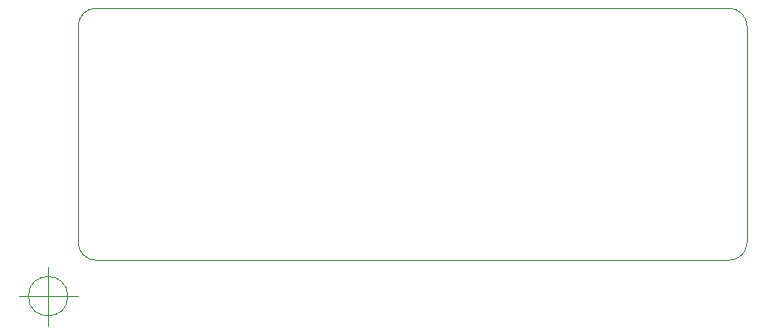
<source format=gbr>
G04 #@! TF.GenerationSoftware,KiCad,Pcbnew,(5.1.5)-3*
G04 #@! TF.CreationDate,2020-09-18T03:50:12-03:00*
G04 #@! TF.ProjectId,UFRGS PILL,55465247-5320-4504-994c-4c2e6b696361,0.1*
G04 #@! TF.SameCoordinates,Original*
G04 #@! TF.FileFunction,Profile,NP*
%FSLAX46Y46*%
G04 Gerber Fmt 4.6, Leading zero omitted, Abs format (unit mm)*
G04 Created by KiCad (PCBNEW (5.1.5)-3) date 2020-09-18 03:50:12*
%MOMM*%
%LPD*%
G04 APERTURE LIST*
%ADD10C,0.100000*%
%ADD11C,0.050000*%
G04 APERTURE END LIST*
D10*
X104140000Y-38608000D02*
G75*
G02X105664000Y-37084000I1524000J0D01*
G01*
X105664000Y-58420000D02*
G75*
G02X104140000Y-56896000I0J1524000D01*
G01*
X160782000Y-56896000D02*
G75*
G02X159258000Y-58420000I-1524000J0D01*
G01*
X159258000Y-37084000D02*
G75*
G02X160782000Y-38608000I0J-1524000D01*
G01*
D11*
X103266666Y-61468000D02*
G75*
G03X103266666Y-61468000I-1666666J0D01*
G01*
X99100000Y-61468000D02*
X104100000Y-61468000D01*
X101600000Y-58968000D02*
X101600000Y-63968000D01*
D10*
X105664000Y-37084000D02*
X159258000Y-37084000D01*
X104140000Y-56896000D02*
X104140000Y-38608000D01*
X159258000Y-58420000D02*
X105664000Y-58420000D01*
X160782000Y-38608000D02*
X160782000Y-56896000D01*
M02*

</source>
